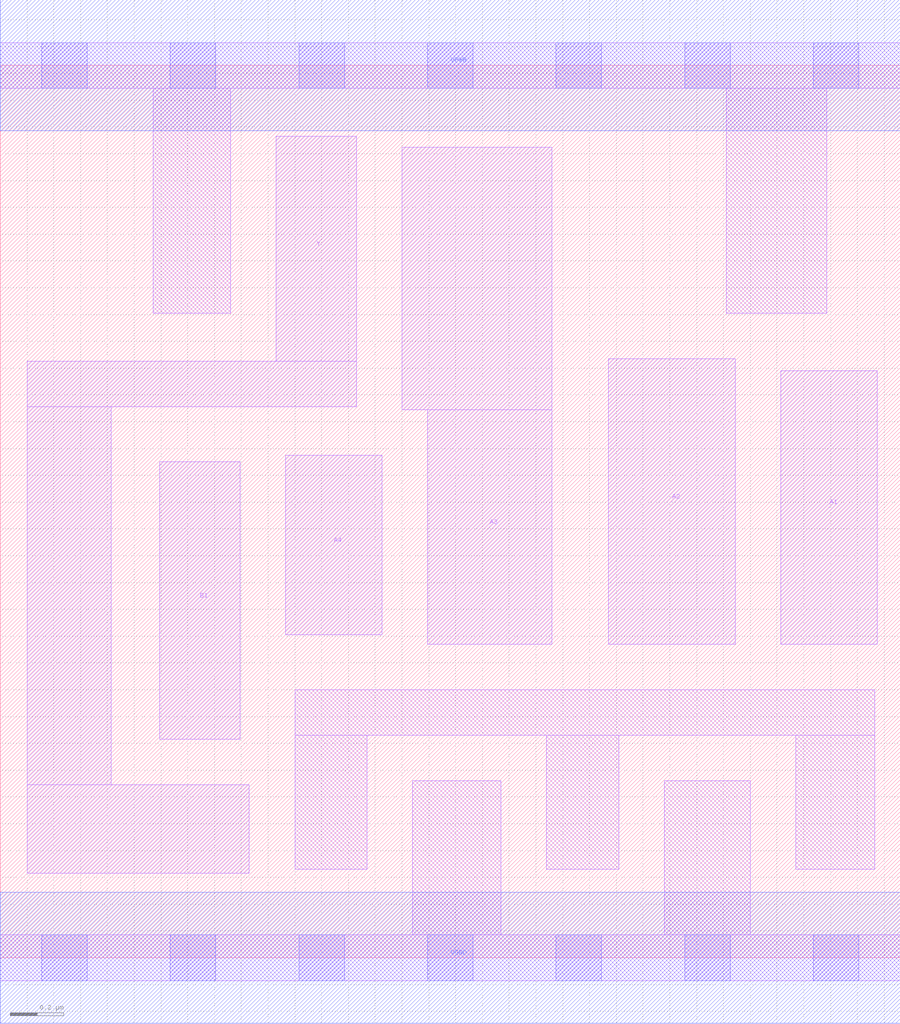
<source format=lef>
# Copyright 2020 The SkyWater PDK Authors
#
# Licensed under the Apache License, Version 2.0 (the "License");
# you may not use this file except in compliance with the License.
# You may obtain a copy of the License at
#
#     https://www.apache.org/licenses/LICENSE-2.0
#
# Unless required by applicable law or agreed to in writing, software
# distributed under the License is distributed on an "AS IS" BASIS,
# WITHOUT WARRANTIES OR CONDITIONS OF ANY KIND, either express or implied.
# See the License for the specific language governing permissions and
# limitations under the License.
#
# SPDX-License-Identifier: Apache-2.0

VERSION 5.7 ;
  NAMESCASESENSITIVE ON ;
  NOWIREEXTENSIONATPIN ON ;
  DIVIDERCHAR "/" ;
  BUSBITCHARS "[]" ;
UNITS
  DATABASE MICRONS 200 ;
END UNITS
MACRO sky130_fd_sc_lp__o41ai_0
  CLASS CORE ;
  SOURCE USER ;
  FOREIGN sky130_fd_sc_lp__o41ai_0 ;
  ORIGIN  0.000000  0.000000 ;
  SIZE  3.360000 BY  3.330000 ;
  SYMMETRY X Y R90 ;
  SITE unit ;
  PIN A1
    ANTENNAGATEAREA  0.159000 ;
    DIRECTION INPUT ;
    USE SIGNAL ;
    PORT
      LAYER li1 ;
        RECT 2.915000 1.170000 3.275000 2.190000 ;
    END
  END A1
  PIN A2
    ANTENNAGATEAREA  0.159000 ;
    DIRECTION INPUT ;
    USE SIGNAL ;
    PORT
      LAYER li1 ;
        RECT 2.270000 1.170000 2.745000 2.235000 ;
    END
  END A2
  PIN A3
    ANTENNAGATEAREA  0.159000 ;
    DIRECTION INPUT ;
    USE SIGNAL ;
    PORT
      LAYER li1 ;
        RECT 1.500000 2.045000 2.060000 3.025000 ;
        RECT 1.595000 1.170000 2.060000 2.045000 ;
    END
  END A3
  PIN A4
    ANTENNAGATEAREA  0.159000 ;
    DIRECTION INPUT ;
    USE SIGNAL ;
    PORT
      LAYER li1 ;
        RECT 1.065000 1.205000 1.425000 1.875000 ;
    END
  END A4
  PIN B1
    ANTENNAGATEAREA  0.159000 ;
    DIRECTION INPUT ;
    USE SIGNAL ;
    PORT
      LAYER li1 ;
        RECT 0.595000 0.815000 0.895000 1.850000 ;
    END
  END B1
  PIN Y
    ANTENNADIFFAREA  0.487900 ;
    DIRECTION OUTPUT ;
    USE SIGNAL ;
    PORT
      LAYER li1 ;
        RECT 0.100000 0.315000 0.930000 0.645000 ;
        RECT 0.100000 0.645000 0.415000 2.055000 ;
        RECT 0.100000 2.055000 1.330000 2.225000 ;
        RECT 1.030000 2.225000 1.330000 3.065000 ;
    END
  END Y
  PIN VGND
    DIRECTION INOUT ;
    USE GROUND ;
    PORT
      LAYER met1 ;
        RECT 0.000000 -0.245000 3.360000 0.245000 ;
    END
  END VGND
  PIN VPWR
    DIRECTION INOUT ;
    USE POWER ;
    PORT
      LAYER met1 ;
        RECT 0.000000 3.085000 3.360000 3.575000 ;
    END
  END VPWR
  OBS
    LAYER li1 ;
      RECT 0.000000 -0.085000 3.360000 0.085000 ;
      RECT 0.000000  3.245000 3.360000 3.415000 ;
      RECT 0.570000  2.405000 0.860000 3.245000 ;
      RECT 1.100000  0.330000 1.370000 0.830000 ;
      RECT 1.100000  0.830000 3.265000 1.000000 ;
      RECT 1.540000  0.085000 1.870000 0.660000 ;
      RECT 2.040000  0.330000 2.310000 0.830000 ;
      RECT 2.480000  0.085000 2.800000 0.660000 ;
      RECT 2.710000  2.405000 3.085000 3.245000 ;
      RECT 2.970000  0.330000 3.265000 0.830000 ;
    LAYER mcon ;
      RECT 0.155000 -0.085000 0.325000 0.085000 ;
      RECT 0.155000  3.245000 0.325000 3.415000 ;
      RECT 0.635000 -0.085000 0.805000 0.085000 ;
      RECT 0.635000  3.245000 0.805000 3.415000 ;
      RECT 1.115000 -0.085000 1.285000 0.085000 ;
      RECT 1.115000  3.245000 1.285000 3.415000 ;
      RECT 1.595000 -0.085000 1.765000 0.085000 ;
      RECT 1.595000  3.245000 1.765000 3.415000 ;
      RECT 2.075000 -0.085000 2.245000 0.085000 ;
      RECT 2.075000  3.245000 2.245000 3.415000 ;
      RECT 2.555000 -0.085000 2.725000 0.085000 ;
      RECT 2.555000  3.245000 2.725000 3.415000 ;
      RECT 3.035000 -0.085000 3.205000 0.085000 ;
      RECT 3.035000  3.245000 3.205000 3.415000 ;
  END
END sky130_fd_sc_lp__o41ai_0

</source>
